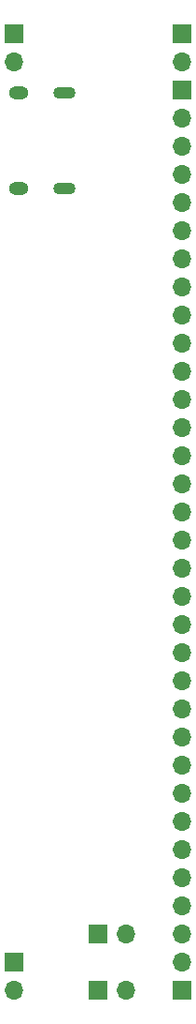
<source format=gbr>
%TF.GenerationSoftware,KiCad,Pcbnew,8.0.3*%
%TF.CreationDate,2024-07-23T11:53:19+01:00*%
%TF.ProjectId,ELI2040,454c4932-3034-4302-9e6b-696361645f70,rev?*%
%TF.SameCoordinates,Original*%
%TF.FileFunction,Soldermask,Bot*%
%TF.FilePolarity,Negative*%
%FSLAX46Y46*%
G04 Gerber Fmt 4.6, Leading zero omitted, Abs format (unit mm)*
G04 Created by KiCad (PCBNEW 8.0.3) date 2024-07-23 11:53:19*
%MOMM*%
%LPD*%
G01*
G04 APERTURE LIST*
%ADD10R,1.700000X1.700000*%
%ADD11O,1.700000X1.700000*%
%ADD12O,2.000000X1.100000*%
%ADD13O,1.800000X1.200000*%
G04 APERTURE END LIST*
D10*
%TO.C,J3*%
X223520000Y-43180000D03*
D11*
X223520000Y-45720000D03*
X223520000Y-48260000D03*
X223520000Y-50800000D03*
X223520000Y-53340000D03*
X223520000Y-55880000D03*
%TD*%
D10*
%TO.C,J1*%
X208280000Y-121920000D03*
D11*
X208280000Y-124460000D03*
%TD*%
D10*
%TO.C,J8*%
X215900000Y-119380000D03*
D11*
X218440000Y-119380000D03*
%TD*%
D10*
%TO.C,J5*%
X208280000Y-38085000D03*
D11*
X208280000Y-40625000D03*
%TD*%
D10*
%TO.C,J2*%
X223520000Y-38100000D03*
D11*
X223520000Y-40640000D03*
%TD*%
D10*
%TO.C,J4*%
X223520000Y-124460000D03*
D11*
X223520000Y-121920000D03*
X223520000Y-119380001D03*
X223520000Y-116840000D03*
X223520000Y-114300000D03*
X223520000Y-111760000D03*
X223520000Y-109220000D03*
X223520000Y-106679999D03*
X223520000Y-104140000D03*
X223520000Y-101600000D03*
X223520000Y-99060000D03*
X223520000Y-96520001D03*
X223520000Y-93980000D03*
X223520000Y-91440000D03*
X223520000Y-88900000D03*
X223520000Y-86360001D03*
X223520000Y-83819999D03*
X223520000Y-81280000D03*
X223520000Y-78740000D03*
X223520000Y-76200000D03*
X223520000Y-73660001D03*
X223520000Y-71120000D03*
X223520000Y-68580000D03*
X223520000Y-66040000D03*
X223520000Y-63500001D03*
X223520000Y-60959999D03*
X223520000Y-58420000D03*
%TD*%
D12*
%TO.C,USB2*%
X212865000Y-43455000D03*
D13*
X208665000Y-43455000D03*
D12*
X212865000Y-52105000D03*
D13*
X208665000Y-52105000D03*
%TD*%
D10*
%TO.C,J7*%
X215900000Y-124460000D03*
D11*
X218440000Y-124460000D03*
%TD*%
M02*

</source>
